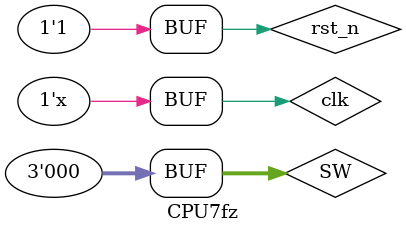
<source format=v>
`timescale 1ns / 1ps


module CPU7fz();
//INPUT
reg clk;
reg rst_n;
reg [2:0]SW;
//OUTPUT
wire [3:0]FR;
wire [31:0]Choice;

initial
begin
   rst_n=0;clk=0;SW=3'b000;
   #25 rst_n=1;
end
always #50 clk=~clk;
CPU_D  ss(/*clk_1M,CLR,*/rst_n,clk,SW,FR,/*AN,seg*/Choice);
endmodule

</source>
